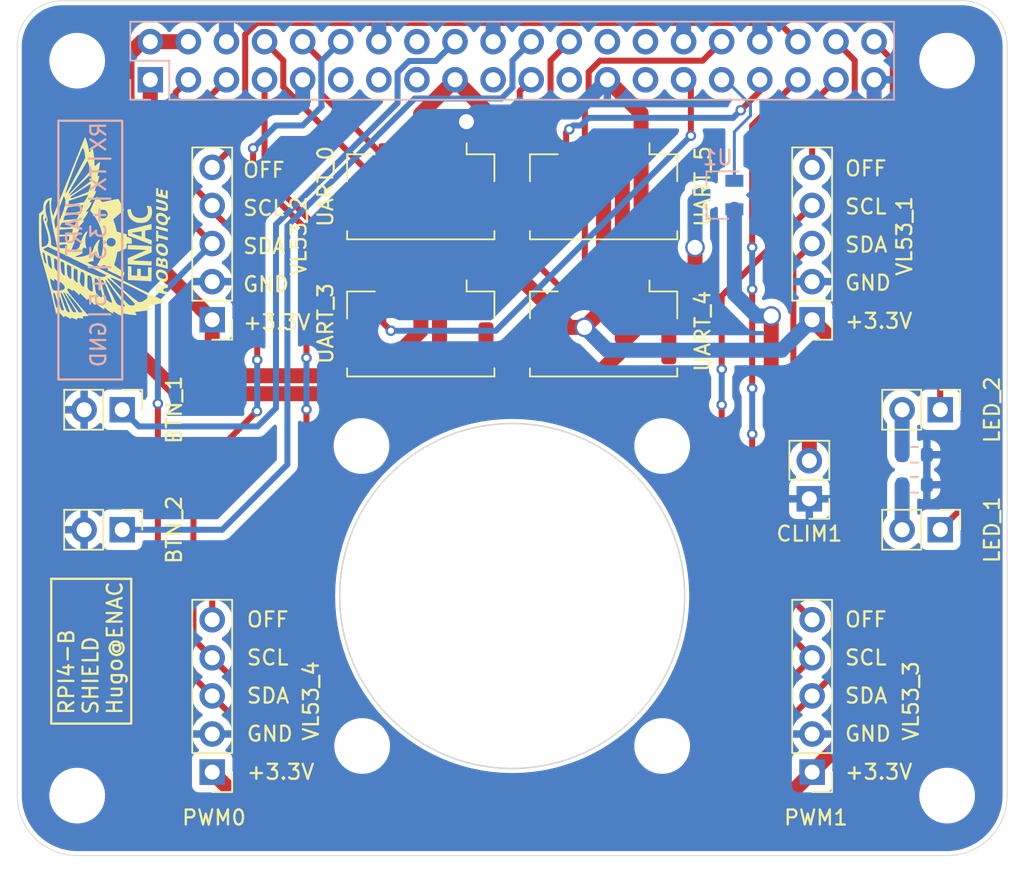
<source format=kicad_pcb>
(kicad_pcb (version 20240108) (generator "pcbnew") (generator_version "8.0")
  (layers (0 "F.Cu" signal) (31 "B.Cu" signal) (34 "B.Paste" user) (35 "F.Paste" user) (36 "B.SilkS" user "B.Silkscreen") (37 "F.SilkS" user "F.Silkscreen") (38 "B.Mask" user) (39 "F.Mask" user) (44 "Edge.Cuts" user))
  (net 0 "")
  (net 1 "VL53_1")
  (net 2 "SDA")
  (net 3 "GND")
  (net 4 "SCL")
  (net 5 "+3.3V")
  (net 6 "LED_2")
  (net 7 "LED_1")
  (net 8 "VL53_4")
  (net 9 "RXD3")
  (net 10 "+5V")
  (net 11 "TXD4")
  (net 12 "RXD4")
  (net 13 "TXD3")
  (net 15 "VL53_3")
  (net 16 "VL53_2")
  (net 18 "BTN_1")
  (net 19 "BTN_2")
  (net 20 "Net-(LED_1-Pin_2)")
  (net 21 "Net-(LED_2-Pin_2)")
  (net 27 "TXD0")
  (net 29 "TXD5")
  (net 30 "RXD0")
  (net 32 "RXD5")
  (net 33 "CLIM")
  (net 34 "Net-(CLIM1-Pin_2)")
  (footprint "Connector_PinHeader_2.54mm:PinHeader_1x05_P2.54mm_Vertical" (layer "F.Cu") (at 184.084 96.012 180)
    (property "Reference" "VL53_1" (at -6.154 5.588 -90) (layer "F.SilkS") (effects (font (thickness 0.153))))
    (property "Value" "VL53")
    (pad "1" thru_hole rect (at 0 0 180) (size 1.7 1.7) (drill 1) (layers "*.Cu" "*.Mask") (net 5 "+3.3V"))
    (pad "2" thru_hole oval (at 0 2.54 180) (size 1.7 1.7) (drill 1) (layers "*.Cu" "*.Mask") (net 3 "GND"))
    (pad "3" thru_hole oval (at 0 5.08 180) (size 1.7 1.7) (drill 1) (layers "*.Cu" "*.Mask") (net 2 "SDA"))
    (pad "4" thru_hole oval (at 0 7.62 180) (size 1.7 1.7) (drill 1) (layers "*.Cu" "*.Mask") (net 4 "SCL"))
    (pad "5" thru_hole oval (at 0 10.16 180) (size 1.7 1.7) (drill 1) (layers "*.Cu" "*.Mask") (net 1 "VL53_1"))
  )
  (footprint "Connector_PinHeader_2.54mm:PinHeader_1x02_P2.54mm_Vertical" (layer "F.Cu") (at 192.624 102.012 -90)
    (property "Reference" "LED_2" (at 0 -3.46 90) (layer "F.SilkS") (effects (font (thickness 0.153))))
    (property "Value" "LED_2")
    (pad "1" thru_hole rect (at 0 0 270) (size 1.7 1.7) (drill 1) (layers "*.Cu" "*.Mask") (net 7 "LED_1"))
    (pad "2" thru_hole oval (at 0 2.54 270) (size 1.7 1.7) (drill 1) (layers "*.Cu" "*.Mask") (net 21 "Net-(LED_2-Pin_2)"))
  )
  (footprint "MountingHole:MountingHole_3.2mm_M3" (layer "F.Cu") (at 174.084 104.43)
    (property "Reference" "H6" (hide yes))
    (property "Value" "MountingHole")
    (pad "" np_thru_hole circle (at 0 0) (size 3.2 3.2) (drill 3.2) (layers "*.Cu" "*.Mask"))
  )
  (footprint "Connector_Molex:Molex_CLIK-Mate_502382-0570_1x05-1MP_P1.25mm_Vertical" (layer "F.Cu") (at 157.988 96.184 180)
    (property "Reference" "UART_3" (at 6.35 -0.082 -90) (layer "F.SilkS") (effects (font (thickness 0.153))))
    (property "Value" "Conn_01x05_Pin")
    (pad "1" smd roundrect (at -2.5 1.95 180) (size 0.6 1.7) (layers "F.Cu" "F.Paste" "F.Mask") (net 3 "GND"))
    (pad "2" smd roundrect (at -1.25 1.95 180) (size 0.6 1.7) (layers "F.Cu" "F.Paste" "F.Mask") (net 10 "+5V"))
    (pad "3" smd roundrect (at 0 1.95 180) (size 0.6 1.7) (layers "F.Cu" "F.Paste" "F.Mask") (net 5 "+3.3V"))
    (pad "4" smd roundrect (at 1.25 1.95 180) (size 0.6 1.7) (layers "F.Cu" "F.Paste" "F.Mask") (net 13 "TXD3"))
    (pad "5" smd roundrect (at 2.5 1.95 180) (size 0.6 1.7) (layers "F.Cu" "F.Paste" "F.Mask") (net 9 "RXD3"))
    (pad "MP" smd roundrect (at -4.35 -1.4 180) (size 1 2.8) (layers "F.Cu" "F.Paste" "F.Mask"))
    (pad "MP" smd roundrect (at 4.35 -1.4 180) (size 1 2.8) (layers "F.Cu" "F.Paste" "F.Mask"))
  )
  (footprint "Connector_PinHeader_2.54mm:PinHeader_1x02_P2.54mm_Vertical" (layer "F.Cu") (at 183.896 107.95 180)
    (property "Reference" "CLIM1" (at 0 -2.33 180) (layer "F.SilkS") (effects (font (thickness 0.153))))
    (property "Value" "CLIM")
    (pad "1" thru_hole rect (at 0 0 180) (size 1.7 1.7) (drill 1) (layers "*.Cu" "*.Mask") (net 3 "GND"))
    (pad "2" thru_hole oval (at 0 2.54 180) (size 1.7 1.7) (drill 1) (layers "*.Cu" "*.Mask") (net 34 "Net-(CLIM1-Pin_2)"))
  )
  (footprint "Connector_PinHeader_2.54mm:PinHeader_1x02_P2.54mm_Vertical" (layer "F.Cu") (at 138.084 110.012 -90)
    (property "Reference" "BTN_2" (at 0 -3.46 90) (layer "F.SilkS") (effects (font (thickness 0.153))))
    (property "Value" "BTN_2")
    (pad "1" thru_hole rect (at 0 0 270) (size 1.7 1.7) (drill 1) (layers "*.Cu" "*.Mask") (net 19 "BTN_2"))
    (pad "2" thru_hole oval (at 0 2.54 270) (size 1.7 1.7) (drill 1) (layers "*.Cu" "*.Mask") (net 3 "GND"))
  )
  (footprint "MountingHole:MountingHole_3.2mm_M3" (layer "F.Cu") (at 135.084 127.74)
    (property "Reference" "H4" (hide yes))
    (property "Value" "MountingHole")
    (pad "" np_thru_hole circle (at 0 0) (size 3.2 3.2) (drill 3.2) (layers "*.Cu" "*.Mask"))
  )
  (footprint "Connector_Molex:Molex_CLIK-Mate_502382-0570_1x05-1MP_P1.25mm_Vertical" (layer "F.Cu") (at 170.18 87.04 180)
    (property "Reference" "UART_5" (at -6.604 -0.082 -90) (layer "F.SilkS") (effects (font (thickness 0.153))))
    (property "Value" "Conn_01x05_Pin")
    (pad "1" smd roundrect (at -2.5 1.95 180) (size 0.6 1.7) (layers "F.Cu" "F.Paste" "F.Mask") (net 3 "GND"))
    (pad "2" smd roundrect (at -1.25 1.95 180) (size 0.6 1.7) (layers "F.Cu" "F.Paste" "F.Mask") (net 10 "+5V"))
    (pad "3" smd roundrect (at 0 1.95 180) (size 0.6 1.7) (layers "F.Cu" "F.Paste" "F.Mask") (net 5 "+3.3V"))
    (pad "4" smd roundrect (at 1.25 1.95 180) (size 0.6 1.7) (layers "F.Cu" "F.Paste" "F.Mask") (net 29 "TXD5"))
    (pad "5" smd roundrect (at 2.5 1.95 180) (size 0.6 1.7) (layers "F.Cu" "F.Paste" "F.Mask") (net 32 "RXD5"))
    (pad "MP" smd roundrect (at -4.35 -1.4 180) (size 1 2.8) (layers "F.Cu" "F.Paste" "F.Mask"))
    (pad "MP" smd roundrect (at 4.35 -1.4 180) (size 1 2.8) (layers "F.Cu" "F.Paste" "F.Mask"))
  )
  (footprint "MountingHole:MountingHole_3.2mm_M3" (layer "F.Cu") (at 154.084 124.43)
    (property "Reference" "H7" (hide yes))
    (property "Value" "MountingHole")
    (pad "" np_thru_hole circle (at 0 0) (size 3.2 3.2) (drill 3.2) (layers "*.Cu" "*.Mask"))
  )
  (footprint "MountingHole:MountingHole_3.2mm_M3" (layer "F.Cu") (at 193.084 127.74)
    (property "Reference" "H3" (hide yes))
    (property "Value" "MountingHole")
    (pad "" np_thru_hole circle (at 0 0) (size 3.2 3.2) (drill 3.2) (layers "*.Cu" "*.Mask"))
  )
  (footprint "Connector_PinHeader_2.54mm:PinHeader_1x02_P2.54mm_Vertical" (layer "F.Cu") (at 138.084 102.012 -90)
    (property "Reference" "BTN_1" (at 0 -3.46 90) (layer "F.SilkS") (effects (font (thickness 0.153))))
    (property "Value" "BTN_1")
    (pad "1" thru_hole rect (at 0 0 270) (size 1.7 1.7) (drill 1) (layers "*.Cu" "*.Mask") (net 18 "BTN_1"))
    (pad "2" thru_hole oval (at 0 2.54 270) (size 1.7 1.7) (drill 1) (layers "*.Cu" "*.Mask") (net 3 "GND"))
  )
  (footprint "Connector_Molex:Molex_CLIK-Mate_502382-0570_1x05-1MP_P1.25mm_Vertical" (layer "F.Cu") (at 170.18 96.184 180)
    (property "Reference" "UART_4" (at -6.604 -0.59 -90) (layer "F.SilkS") (effects (font (thickness 0.153))))
    (property "Value" "Conn_01x05_Pin")
    (pad "1" smd roundrect (at -2.5 1.95 180) (size 0.6 1.7) (layers "F.Cu" "F.Paste" "F.Mask") (net 3 "GND"))
    (pad "2" smd roundrect (at -1.25 1.95 180) (size 0.6 1.7) (layers "F.Cu" "F.Paste" "F.Mask") (net 10 "+5V"))
    (pad "3" smd roundrect (at 0 1.95 180) (size 0.6 1.7) (layers "F.Cu" "F.Paste" "F.Mask") (net 5 "+3.3V"))
    (pad "4" smd roundrect (at 1.25 1.95 180) (size 0.6 1.7) (layers "F.Cu" "F.Paste" "F.Mask") (net 11 "TXD4"))
    (pad "5" smd roundrect (at 2.5 1.95 180) (size 0.6 1.7) (layers "F.Cu" "F.Paste" "F.Mask") (net 12 "RXD4"))
    (pad "MP" smd roundrect (at -4.35 -1.4 180) (size 1 2.8) (layers "F.Cu" "F.Paste" "F.Mask"))
    (pad "MP" smd roundrect (at 4.35 -1.4 180) (size 1 2.8) (layers "F.Cu" "F.Paste" "F.Mask"))
  )
  (footprint "MountingHole:MountingHole_3.2mm_M3" (layer "F.Cu") (at 135.084 78.74)
    (property "Reference" "H1" (hide yes))
    (property "Value" "MountingHole")
    (pad "" np_thru_hole circle (at 0 0) (size 3.2 3.2) (drill 3.2) (layers "*.Cu" "*.Mask"))
  )
  (footprint "MountingHole:MountingHole_3.2mm_M3" (layer "F.Cu") (at 193.084 78.74)
    (property "Reference" "H2" (hide yes))
    (property "Value" "MountingHole")
    (pad "" np_thru_hole circle (at 0 0) (size 3.2 3.2) (drill 3.2) (layers "*.Cu" "*.Mask"))
  )
  (footprint "Connector_PinHeader_2.54mm:PinHeader_1x05_P2.54mm_Vertical" (layer "F.Cu") (at 144.084 96.012 180)
    (property "Reference" "VL53_2" (at -5.768 5.588 -90) (layer "F.SilkS") (effects (font (thickness 0.153))))
    (property "Value" "VL53")
    (pad "1" thru_hole rect (at 0 0 180) (size 1.7 1.7) (drill 1) (layers "*.Cu" "*.Mask") (net 5 "+3.3V"))
    (pad "2" thru_hole oval (at 0 2.54 180) (size 1.7 1.7) (drill 1) (layers "*.Cu" "*.Mask") (net 3 "GND"))
    (pad "3" thru_hole oval (at 0 5.08 180) (size 1.7 1.7) (drill 1) (layers "*.Cu" "*.Mask") (net 2 "SDA"))
    (pad "4" thru_hole oval (at 0 7.62 180) (size 1.7 1.7) (drill 1) (layers "*.Cu" "*.Mask") (net 4 "SCL"))
    (pad "5" thru_hole oval (at 0 10.16 180) (size 1.7 1.7) (drill 1) (layers "*.Cu" "*.Mask") (net 16 "VL53_2"))
  )
  (footprint "MountingHole:MountingHole_3.2mm_M3" (layer "F.Cu") (at 154.038 104.43)
    (property "Reference" "H5" (hide yes))
    (property "Value" "MountingHole")
    (pad "" np_thru_hole circle (at 0 0) (size 3.2 3.2) (drill 3.2) (layers "*.Cu" "*.Mask"))
  )
  (footprint "Connector_PinHeader_2.54mm:PinHeader_1x05_P2.54mm_Vertical" (layer "F.Cu") (at 144.084 126.172 180)
    (property "Reference" "VL53_4" (at -6.592 4.742 -90) (layer "F.SilkS") (effects (font (thickness 0.153))))
    (property "Value" "VL53")
    (pad "1" thru_hole rect (at 0 0 180) (size 1.7 1.7) (drill 1) (layers "*.Cu" "*.Mask") (net 5 "+3.3V"))
    (pad "2" thru_hole oval (at 0 2.54 180) (size 1.7 1.7) (drill 1) (layers "*.Cu" "*.Mask") (net 3 "GND"))
    (pad "3" thru_hole oval (at 0 5.08 180) (size 1.7 1.7) (drill 1) (layers "*.Cu" "*.Mask") (net 2 "SDA"))
    (pad "4" thru_hole oval (at 0 7.62 180) (size 1.7 1.7) (drill 1) (layers "*.Cu" "*.Mask") (net 4 "SCL"))
    (pad "5" thru_hole oval (at 0 10.16 180) (size 1.7 1.7) (drill 1) (layers "*.Cu" "*.Mask") (net 8 "VL53_4"))
  )
  (footprint "MountingHole:MountingHole_3.2mm_M3" (layer "F.Cu") (at 174.084 124.43)
    (property "Reference" "H8" (hide yes))
    (property "Value" "MountingHole" (hide yes))
    (pad "" np_thru_hole circle (at 0 0) (size 3.2 3.2) (drill 3.2) (layers "*.Cu" "*.Mask"))
  )
  (footprint "Connector_PinHeader_2.54mm:PinHeader_1x05_P2.54mm_Vertical" (layer "F.Cu") (at 184.084 126.172 180)
    (property "Reference" "VL53_3" (at -6.592 4.742 -90) (layer "F.SilkS") (effects (font (thickness 0.153))))
    (property "Value" "VL53")
    (pad "1" thru_hole rect (at 0 0 180) (size 1.7 1.7) (drill 1) (layers "*.Cu" "*.Mask") (net 5 "+3.3V"))
    (pad "2" thru_hole oval (at 0 2.54 180) (size 1.7 1.7) (drill 1) (layers "*.Cu" "*.Mask") (net 3 "GND"))
    (pad "3" thru_hole oval (at 0 5.08 180) (size 1.7 1.7) (drill 1) (layers "*.Cu" "*.Mask") (net 2 "SDA"))
    (pad "4" thru_hole oval (at 0 7.62 180) (size 1.7 1.7) (drill 1) (layers "*.Cu" "*.Mask") (net 4 "SCL"))
    (pad "5" thru_hole oval (at 0 10.16 180) (size 1.7 1.7) (drill 1) (layers "*.Cu" "*.Mask") (net 15 "VL53_3"))
  )
  (footprint "Connector_PinHeader_2.54mm:PinHeader_1x02_P2.54mm_Vertical" (layer "F.Cu") (at 192.624 110.012 -90)
    (property "Reference" "LED_1" (at 0 -3.46 90) (layer "F.SilkS") (effects (font (thickness 0.153))))
    (property "Value" "LED_1")
    (pad "1" thru_hole rect (at 0 0 270) (size 1.7 1.7) (drill 1) (layers "*.Cu" "*.Mask") (net 6 "LED_2"))
    (pad "2" thru_hole oval (at 0 2.54 270) (size 1.7 1.7) (drill 1) (layers "*.Cu" "*.Mask") (net 20 "Net-(LED_1-Pin_2)"))
  )
  (footprint "ENAC_robotique:logo_enac_mini" (layer "F.Cu") (at 136.504736 90.898356 90)
    (property "Reference" "G***" (hide yes))
    (property "Value" "LOGO" (hide yes))
  )
  (footprint "Connector_Molex:Molex_CLIK-Mate_502382-0570_1x05-1MP_P1.25mm_Vertical" (layer "F.Cu") (at 157.988 87.04 180)
    (property "Reference" "UART_0" (at 6.35 -0.082 -90) (layer "F.SilkS") (effects (font (thickness 0.153))))
    (property "Value" "Conn_01x05_Pin")
    (pad "1" smd roundrect (at -2.5 1.95 180) (size 0.6 1.7) (layers "F.Cu" "F.Paste" "F.Mask") (net 3 "GND"))
    (pad "2" smd roundrect (at -1.25 1.95 180) (size 0.6 1.7) (layers "F.Cu" "F.Paste" "F.Mask") (net 10 "+5V"))
    (pad "3" smd roundrect (at 0 1.95 180) (size 0.6 1.7) (layers "F.Cu" "F.Paste" "F.Mask") (net 5 "+3.3V"))
    (pad "4" smd roundrect (at 1.25 1.95 180) (size 0.6 1.7) (layers "F.Cu" "F.Paste" "F.Mask") (net 27 "TXD0"))
    (pad "5" smd roundrect (at 2.5 1.95 180) (size 0.6 1.7) (layers "F.Cu" "F.Paste" "F.Mask") (net 30 "RXD0"))
    (pad "MP" smd roundrect (at -4.35 -1.4 180) (size 1 2.8) (layers "F.Cu" "F.Paste" "F.Mask"))
    (pad "MP" smd roundrect (at 4.35 -1.4 180) (size 1 2.8) (layers "F.Cu" "F.Paste" "F.Mask"))
  )
  (footprint "myFootprints:SOT-23" (layer "B.Cu") (at 177.8 87.696 180)
    (property "Reference" "U1" (at 0 2.5 180) (layer "B.SilkS") (effects (justify mirror)))
    (property "Value" "IRLML2402")
    (pad "1" smd rect (at -1.1 0.95 180) (size 1.2 0.8) (layers "B.Cu" "B.Paste" "B.Mask") (net 33 "CLIM"))
    (pad "2" smd rect (at -1.1 -0.95 180) (size 1.2 0.8) (layers "B.Cu" "B.Paste" "B.Mask") (net 34 "Net-(CLIM1-Pin_2)"))
    (pad "3" smd rect (at 1.1 0 180) (size 1.2 0.8) (layers "B.Cu" "B.Paste" "B.Mask") (net 10 "+5V"))
  )
  (footprint "Connector_PinSocket_2.54mm:PinSocket_2x20_P2.54mm_Vertical" (layer "B.Cu") (at 139.954 80.01 -90)
    (property "Reference" "J4" (hide yes))
    (property "Value" "Conn_02x20_Odd_Even")
    (pad "1" thru_hole rect (at 0 0 270) (size 1.7 1.7) (drill 1) (layers "*.Cu" "*.Mask") (net 5 "+3.3V"))
    (pad "2" thru_hole oval (at -2.54 0 270) (size 1.7 1.7) (drill 1) (layers "*.Cu" "*.Mask") (net 10 "+5V"))
    (pad "3" thru_hole oval (at 0 -2.54 270) (size 1.7 1.7) (drill 1) (layers "*.Cu" "*.Mask") (net 2 "SDA"))
    (pad "4" thru_hole oval (at -2.54 -2.54 270) (size 1.7 1.7) (drill 1) (layers "*.Cu" "*.Mask") (net 10 "+5V"))
    (pad "5" thru_hole oval (at 0 -5.08 270) (size 1.7 1.7) (drill 1) (layers "*.Cu" "*.Mask") (net 4 "SCL"))
    (pad "6" thru_hole oval (at -2.54 -5.08 270) (size 1.7 1.7) (drill 1) (layers "*.Cu" "*.Mask") (net 3 "GND"))
    (pad "7" thru_hole oval (at 0 -7.62 270) (size 1.7 1.7) (drill 1) (layers "*.Cu" "*.Mask") (net 13 "TXD3"))
    (pad "8" thru_hole oval (at -2.54 -7.62 270) (size 1.7 1.7) (drill 1) (layers "*.Cu" "*.Mask") (net 27 "TXD0"))
    (pad "9" thru_hole oval (at 0 -10.16 270) (size 1.7 1.7) (drill 1) (layers "*.Cu" "*.Mask") (net 3 "GND"))
    (pad "10" thru_hole oval (at -2.54 -10.16 270) (size 1.7 1.7) (drill 1) (layers "*.Cu" "*.Mask") (net 30 "RXD0"))
    (pad "11" thru_hole oval (at 0 -12.7 270) (size 1.7 1.7) (drill 1) (layers "*.Cu" "*.Mask"))
    (pad "12" thru_hole oval (at -2.54 -12.7 270) (size 1.7 1.7) (drill 1) (layers "*.Cu" "*.Mask") (net 8 "VL53_4"))
    (pad "13" thru_hole oval (at 0 -15.24 270) (size 1.7 1.7) (drill 1) (layers "*.Cu" "*.Mask"))
    (pad "14" thru_hole oval (at -2.54 -15.24 270) (size 1.7 1.7) (drill 1) (layers "*.Cu" "*.Mask") (net 3 "GND"))
    (pad "15" thru_hole oval (at 0 -17.78 270) (size 1.7 1.7) (drill 1) (layers "*.Cu" "*.Mask"))
    (pad "16" thru_hole oval (at -2.54 -17.78 270) (size 1.7 1.7) (drill 1) (layers "*.Cu" "*.Mask"))
    (pad "17" thru_hole oval (at 0 -20.32 270) (size 1.7 1.7) (drill 1) (layers "*.Cu" "*.Mask") (net 5 "+3.3V"))
    (pad "18" thru_hole oval (at -2.54 -20.32 270) (size 1.7 1.7) (drill 1) (layers "*.Cu" "*.Mask") (net 18 "BTN_1"))
    (pad "19" thru_hole oval (at 0 -22.86 270) (size 1.7 1.7) (drill 1) (layers "*.Cu" "*.Mask"))
    (pad "20" thru_hole oval (at -2.54 -22.86 270) (size 1.7 1.7) (drill 1) (layers "*.Cu" "*.Mask") (net 3 "GND"))
    (pad "21" thru_hole oval (at 0 -25.4 270) (size 1.7 1.7) (drill 1) (layers "*.Cu" "*.Mask") (net 12 "RXD4"))
    (pad "22" thru_hole oval (at -2.54 -25.4 270) (size 1.7 1.7) (drill 1) (layers "*.Cu" "*.Mask") (net 19 "BTN_2"))
    (pad "23" thru_hole oval (at 0 -27.94 270) (size 1.7 1.7) (drill 1) (layers "*.Cu" "*.Mask"))
    (pad "24" thru_hole oval (at -2.54 -27.94 270) (size 1.7 1.7) (drill 1) (layers "*.Cu" "*.Mask") (net 11 "TXD4"))
    (pad "25" thru_hole oval (at 0 -30.48 270) (size 1.7 1.7) (drill 1) (layers "*.Cu" "*.Mask") (net 3 "GND"))
    (pad "26" thru_hole oval (at -2.54 -30.48 270) (size 1.7 1.7) (drill 1) (layers "*.Cu" "*.Mask"))
    (pad "27" thru_hole oval (at 0 -33.02 270) (size 1.7 1.7) (drill 1) (layers "*.Cu" "*.Mask"))
    (pad "28" thru_hole oval (at -2.54 -33.02 270) (size 1.7 1.7) (drill 1) (layers "*.Cu" "*.Mask"))
    (pad "29" thru_hole oval (at 0 -35.56 270) (size 1.7 1.7) (drill 1) (layers "*.Cu" "*.Mask") (net 9 "RXD3"))
    (pad "30" thru_hole oval (at -2.54 -35.56 270) (size 1.7 1.7) (drill 1) (layers "*.Cu" "*.Mask") (net 3 "GND"))
    (pad "31" thru_hole oval (at 0 -38.1 270) (size 1.7 1.7) (drill 1) (layers "*.Cu" "*.Mask") (net 33 "CLIM"))
    (pad "32" thru_hole oval (at -2.54 -38.1 270) (size 1.7 1.7) (drill 1) (layers "*.Cu" "*.Mask") (net 29 "TXD5"))
    (pad "33" thru_hole oval (at 0 -40.64 270) (size 1.7 1.7) (drill 1) (layers "*.Cu" "*.Mask") (net 32 "RXD5"))
    (pad "34" thru_hole oval (at -2.54 -40.64 270) (size 1.7 1.7) (drill 1) (layers "*.Cu" "*.Mask") (net 3 "GND"))
    (pad "35" thru_hole oval (at 0 -43.18 270) (size 1.7 1.7) (drill 1) (layers "*.Cu" "*.Mask") (net 15 "VL53_3"))
    (pad "36" thru_hole oval (at -2.54 -43.18 270) (size 1.7 1.7) (drill 1) (layers "*.Cu" "*.Mask") (net 16 "VL53_2"))
    (pad "37" thru_hole oval (at 0 -45.72 270) (size 1.7 1.7) (drill 1) (layers "*.Cu" "*.Mask") (net 1 "VL53_1"))
    (pad "38" thru_hole oval (at -2.54 -45.72 270) (size 1.7 1.7) (drill 1) (layers "*.Cu" "*.Mask") (net 7 "LED_1"))
    (pad "39" thru_hole oval (at 0 -48.26 270) (size 1.7 1.7) (drill 1) (layers "*.Cu" "*.Mask") (net 3 "GND"))
    (pad "40" thru_hole oval (at -2.54 -48.26 270) (size 1.7 1.7) (drill 1) (layers "*.Cu" "*.Mask") (net 6 "LED_2"))
  )
  (footprint "Resistor_SMD:R_0603_1608Metric" (layer "B.Cu") (at 190.909 105.012)
    (property "Reference" "R2" (hide yes))
    (property "Value" "R")
    (pad "1" smd roundrect (at -0.825 0) (size 0.8 0.95) (layers "B.Cu" "B.Paste" "B.Mask") (net 21 "Net-(LED_2-Pin_2)"))
    (pad "2" smd roundrect (at 0.825 0) (size 0.8 0.95) (layers "B.Cu" "B.Paste" "B.Mask") (net 3 "GND"))
  )
  (footprint "Resistor_SMD:R_0603_1608Metric" (layer "B.Cu") (at 190.909 107.012)
    (property "Reference" "R1" (hide yes))
    (property "Value" "R" (hide yes))
    (pad "1" smd roundrect (at -0.825 0) (size 0.8 0.95) (layers "B.Cu" "B.Paste" "B.Mask") (net 20 "Net-(LED_1-Pin_2)"))
    (pad "2" smd roundrect (at 0.825 0) (size 0.8 0.95) (layers "B.Cu" "B.Paste" "B.Mask") (net 3 "GND"))
  )
  (gr_rect (start 133.83 82.74) (end 138.084 99.994) (stroke (width 0.153)) (fill none) (layer "B.SilkS"))
  (gr_rect (start 133.35 113.284) (end 138.684 122.936) (stroke (width 0.153)) (fill none) (layer "F.SilkS"))
  (gr_line (start 197.084 127.74) (end 197.084 77.74) (stroke (width 0.05)) (layer "Edge.Cuts"))
  (gr_line (start 194.084 74.74) (end 134.084 74.74) (stroke (width 0.05)) (layer "Edge.Cuts"))
  (gr_line (start 135.084 131.74) (end 193.084 131.74) (stroke (width 0.05)) (layer "Edge.Cuts"))
  (gr_circle (center 164.084 114.43) (end 175.584 114.43) (stroke (width 0.1)) (fill none) (layer "Edge.Cuts"))
  (gr_arc (start 131.084 77.74) (mid 131.96268 75.61868) (end 134.084 74.74) (stroke (width 0.05)) (layer "Edge.Cuts"))
  (gr_arc (start 135.084 131.74) (mid 132.255573 130.568427) (end 131.084 127.74) (stroke (width 0.05)) (layer "Edge.Cuts"))
  (gr_arc (start 197.084 127.74) (mid 195.912427 130.568427) (end 193.084 131.74) (stroke (width 0.05)) (layer "Edge.Cuts"))
  (gr_arc (start 194.084 74.74) (mid 196.20532 75.61868) (end 197.084 77.74) (stroke (width 0.05)) (layer "Edge.Cuts"))
  (gr_line (start 131.084 77.74) (end 131.084 127.74) (stroke (width 0.05)) (layer "Edge.Cuts"))
  (gr_text "	  UART\nRX|TX|+3.3|+5|GND" (at 137.084 82.74 90) (layer "B.SilkS") (effects (font (size 1 1) (thickness 0.153)) (justify left bottom mirror)))
  (gr_text "SCL" (at 186.182 119.126 0) (layer "F.SilkS") (effects (font (size 1 1) (thickness 0.153)) (justify left bottom)))
  (gr_text "SCL" (at 186.182 89.057 0) (layer "F.SilkS") (effects (font (size 1 1) (thickness 0.153)) (justify left bottom)))
  (gr_text "GND" (at 186.182 94.137 0) (layer "F.SilkS") (effects (font (size 1 1) (thickness 0.153)) (justify left bottom)))
  (gr_text "SDA" (at 186.182 91.597 0) (layer "F.SilkS") (effects (font (size 1 1) (thickness 0.153)) (justify left bottom)))
  (gr_text "OFF" (at 186.182 86.517 0) (layer "F.SilkS") (effects (font (size 1 1) (thickness 0.153)) (justify left bottom)))
  (gr_text "PWM0" (at 141.986 129.794 0) (layer "F.SilkS") (effects (font (size 1 1) (thickness 0.153)) (justify left bottom)))
  (gr_text "OFF" (at 146.05 86.614 0) (layer "F.SilkS") (effects (font (size 1 1) (thickness 0.153)) (justify left bottom)))
  (gr_text "OFF" (at 186.182 116.586 0) (layer "F.SilkS") (effects (font (size 1 1) (thickness 0.153)) (justify left bottom)))
  (gr_text "GND" (at 146.304 124.206 0) (layer "F.SilkS") (effects (font (size 1 1) (thickness 0.153)) (justify left bottom)))
  (gr_text "SDA" (at 146.304 121.666 0) (layer "F.SilkS") (effects (font (size 1 1) (thickness 0.153)) (justify left bottom)))
  (gr_text "SDA" (at 186.182 121.666 0) (layer "F.SilkS") (effects (font (size 1 1) (thickness 0.153)) (justify left bottom)))
  (gr_text "OFF" (at 146.304 116.586 0) (layer "F.SilkS") (effects (font (size 1 1) (thickness 0.153)) (justify left bottom)))
  (gr_text "+3.3V" (at 186.182 96.677 0) (layer "F.SilkS") (effects (font (size 1 1) (thickness 0.153)) (justify left bottom)))
  (gr_text "SCL" (at 146.05 89.154 0) (layer "F.SilkS") (effects (font (size 1 1) (thickness 0.153)) (justify left bottom)))
  (gr_text "SDA" (at 146.05 91.694 0) (layer "F.SilkS") (effects (font (size 1 1) (thickness 0.153)) (justify left bottom)))
  (gr_text "+3.3V" (at 186.182 126.746 0) (layer "F.SilkS") (effects (font (size 1 1) (thickness 0.153)) (justify left bottom)))
  (gr_text "+3.3V" (at 146.304 126.746 0) (layer "F.SilkS") (effects (font (size 1 1) (thickness 0.153)) (justify left bottom)))
  (gr_text "+3.3V" (at 146.05 96.774 0) (layer "F.SilkS") (effects (font (size 1 1) (thickness 0.153)) (justify left bottom)))
  (gr_text "RPI4-B \nSHIELD\nHugo@ENAC" (at 138.176 122.428 90) (layer "F.SilkS") (effects (font (size 1 1) (thickness 0.153)) (justify left bottom)))
  (gr_text "GND" (at 186.182 124.206 0) (layer "F.SilkS") (effects (font (size 1 1) (thickness 0.153)) (justify left bottom)))
  (gr_text "PWM1" (at 182.118 129.794 0) (layer "F.SilkS") (effects (font (size 1 1) (thickness 0.153)) (justify left bottom)))
  (gr_text "SCL" (at 146.304 119.126 0) (layer "F.SilkS") (effects (font (size 1 1) (thickness 0.153)) (justify left bottom)))
  (gr_text "GND" (at 146.05 94.234 0) (layer "F.SilkS") (effects (font (size 1 1) (thickness 0.153)) (justify left bottom)))
  (segment (start 184.084 85.852) (end 184.084 81.6) (width 0.4) (layer "F.Cu") (net 1))
  (segment (start 184.084 81.6) (end 185.674 80.01) (width 0.4) (layer "F.Cu") (net 1))
  (segment (start 182.834 98.898) (end 182.834 92.182) (width 0.4) (layer "F.Cu") (net 2))
  (segment (start 182.834 92.182) (end 184.084 90.932) (width 0.4) (layer "F.Cu") (net 2))
  (segment (start 179.218 127.882528) (end 177.866528 129.234) (width 0.4) (layer "F.Cu") (net 2))
  (segment (start 184.084 121.092) (end 179.218 125.958) (width 0.4) (layer "F.Cu") (net 2))
  (segment (start 177.866528 129.234) (end 150.369472 129.234) (width 0.4) (layer "F.Cu") (net 2))
  (segment (start 144.084 121.092) (end 140.462 117.47) (width 0.4) (layer "F.Cu") (net 2))
  (segment (start 179.218 125.958) (end 179.218 127.882528) (width 0.4) (layer "F.Cu") (net 2))
  (segment (start 142.494 80.01) (end 141.644 80.86) (width 0.4) (layer "F.Cu") (net 2))
  (segment (start 145.618 122.626) (end 144.084 121.092) (width 0.4) (layer "F.Cu") (net 2))
  (segment (start 185.536 101.6) (end 182.834 98.898) (width 0.4) (layer "F.Cu") (net 2))
  (segment (start 185.536 119.64) (end 185.536 101.6) (width 0.4) (layer "F.Cu") (net 2))
  (segment (start 150.369472 129.234) (end 145.618 124.482528) (width 0.4) (layer "F.Cu") (net 2))
  (segment (start 141.644 80.86) (end 141.644 88.492) (width 0.4) (layer "F.Cu") (net 2))
  (segment (start 145.618 124.482528) (end 145.618 122.626) (width 0.4) (layer "F.Cu") (net 2))
  (segment (start 140.462 117.47) (end 140.462 101.6) (width 0.4) (layer "F.Cu") (net 2))
  (segment (start 184.084 121.092) (end 185.536 119.64) (width 0.4) (layer "F.Cu") (net 2))
  (segment (start 141.644 88.492) (end 144.084 90.932) (width 0.4) (layer "F.Cu") (net 2))
  (via (at 140.462 101.6) (size 0.7) (drill 0.4) (layers "F.Cu" "B.Cu") (net 2))
  (segment (start 140.462 101.6) (end 140.462 94.554) (width 0.4) (layer "B.Cu") (net 2))
  (segment (start 140.462 94.554) (end 144.084 90.932) (width 0.4) (layer "B.Cu") (net 2))
  (segment (start 172.68 82.256) (end 170.434 80.01) (width 1) (layer "F.Cu") (net 3))
  (segment (start 172.68 85.09) (end 172.68 94.234) (width 1) (layer "F.Cu") (net 3))
  (segment (start 172.68 85.09) (end 172.68 82.256) (width 1) (layer "F.Cu") (net 3))
  (segment (start 160.488 85.09) (end 160.488 83.352) (width 1) (layer "F.Cu") (net 3))
  (segment (start 160.488 83.352) (end 161.036 82.804) (width 1) (layer "F.Cu") (net 3))
  (segment (start 160.488 94.234) (end 160.488 85.09) (width 1) (layer "F.Cu") (net 3))
  (via (at 161.036 82.804) (size 1.3) (drill 1) (layers "F.Cu" "B.Cu") (net 3))
  (segment (start 161.68 82.16) (end 161.036 82.804) (width 1) (layer "B.Cu") (net 3))
  (segment (start 188.214 80.01) (end 188.214 81.28) (width 1) (layer "B.Cu") (net 3))
  (segment (start 168.284 82.16) (end 161.68 82.16) (width 1) (layer "B.Cu") (net 3))
  (segment (start 155.194 77.47) (end 155.194 76.2) (width 1) (layer "B.Cu") (net 3))
  (segment (start 170.434 80.01) (end 168.284 82.16) (width 1) (layer "B.Cu") (net 3))
  (segment (start 180.594 77.47) (end 180.594 76.2) (width 1) (layer "B.Cu") (net 3))
  (segment (start 162.814 77.47) (end 162.814 76.2) (width 1) (layer "B.Cu") (net 3))
  (segment (start 145.034 77.47) (end 145.034 76.2) (width 1) (layer "B.Cu") (net 3))
  (segment (start 175.514 77.47) (end 175.514 76.2) (width 1) (layer "B.Cu") (net 3))
  (segment (start 150.114 80.01) (end 150.114 81.628) (width 1) (layer "B.Cu") (net 3))
  (segment (start 178.618 127.634) (end 178.618 124.018) (width 0.4) (layer "F.Cu") (net 4))
  (segment (start 178.054 94.422) (end 184.084 88.392) (width 0.4) (layer "F.Cu") (net 4))
  (segment (start 142.494 82.55) (end 145.034 80.01) (width 0.4) (layer "F.Cu") (net 4))
  (segment (start 147.084 91.74) (end 147.084 98.694) (width 0.4) (layer "F.Cu") (net 4))
  (segment (start 150.618 128.634) (end 177.618 128.634) (width 0.4) (layer "F.Cu") (net 4))
  (segment (start 142.494 86.802) (end 142.494 82.55) (width 0.4) (layer "F.Cu") (net 4))
  (segment (start 144.084 88.392) (end 142.494 86.802) (width 0.4) (layer "F.Cu") (net 4))
  (segment (start 142.834 117.302) (end 142.834 106.34) (width 0.4) (layer "F.Cu") (net 4))
  (segment (start 144.084 118.552) (end 142.834 117.302) (width 0.4) (layer "F.Cu") (net 4))
  (segment (start 178.054 112.522) (end 178.054 106.68) (width 0.4) (layer "F.Cu") (net 4))
  (segment (start 178.054 99.314) (end 178.054 94.422) (width 0.4) (layer "F.Cu") (net 4))
  (segment (start 178.054 106.426) (end 178.054 101.684) (width 0.4) (layer "F.Cu") (net 4))
  (segment (start 144.084 118.552) (end 147.618 122.086) (width 0.4) (layer "F.Cu") (net 4))
  (segment (start 177.618 128.634) (end 178.618 127.634) (width 0.4) (layer "F.Cu") (net 4))
  (segment (start 184.084 118.552) (end 178.054 112.522) (width 0.4) (layer "F.Cu") (net 4))
  (segment (start 178.054 106.68) (end 178.054 106.426) (width 0.4) (layer "F.Cu") (net 4))
  (segment (start 144.084 88.74) (end 147.084 91.74) (width 0.4) (layer "F.Cu") (net 4))
  (segment (start 142.834 106.34) (end 147.066 102.108) (width 0.4) (layer "F.Cu") (net 4))
  (segment (start 144.084 88.392) (end 144.084 88.74) (width 0.4) (layer "F.Cu") (net 4))
  (segment (start 147.618 122.086) (end 147.618 125.634) (width 0.4) (layer "F.Cu") (net 4))
  (segment (start 147.618 125.634) (end 150.618 128.634) (width 0.4) (layer "F.Cu") (net 4))
  (segment (start 178.618 124.018) (end 184.084 118.552) (width 0.4) (layer "F.Cu") (net 4))
  (via (at 178.054 101.684) (size 0.7) (drill 0.4) (layers "F.Cu" "B.Cu") (net 4))
  (via (at 147.066 102.108) (size 0.7) (drill 0.4) (layers "F.Cu" "B.Cu") (net 4))
  (via (at 178.054 99.314) (size 0.7) (drill 0.4) (layers "F.Cu" "B.Cu") (net 4))
  (via (at 147.084 98.694) (size 0.7) (drill 0.4) (layers "F.Cu" "B.Cu") (net 4))
  (segment (start 147.084 102.09) (end 147.066 102.108) (width 0.4) (layer "B.Cu") (net 4))
  (segment (start 178.054 101.684) (end 178.054 99.314) (width 0.4) (layer "B.Cu") (net 4))
  (segment (start 147.084 98.694) (end 147.084 102.09) (width 0.4) (layer "B.Cu") (net 4))
  (segment (start 157.988 95.98443) (end 157.998 95.99443) (width 1) (layer "F.Cu") (net 5))
  (segment (start 148.046 130.134) (end 180.122 130.134) (width 1) (layer "F.Cu") (net 5))
  (segment (start 139.954 91.882) (end 144.084 96.012) (width 1) (layer "F.Cu") (net 5))
  (segment (start 184.084 96.012) (end 185.634 97.562) (width 1) (layer "F.Cu") (net 5))
  (segment (start 163.692 83.428) (end 160.274 80.01) (width 1) (layer "F.Cu") (net 5))
  (segment (start 157.988 94.234) (end 157.988 95.98443) (width 1) (layer "F.Cu") (net 5))
  (segment (start 170.18 94.234) (end 170.18 85.09) (width 1) (layer "F.Cu") (net 5))
  (segment (start 163.692 92.302238) (end 163.692 83.428) (width 1) (layer "F.Cu") (net 5))
  (segment (start 157.998 95.99443) (end 157.998 96.744) (width 1) (layer "F.Cu") (net 5))
  (segment (start 154.998 99.744) (end 145.998 99.744) (width 1) (layer "F.Cu") (net 5))
  (segment (start 157.988 85.09) (end 157.988 82.296) (width 1) (layer "F.Cu") (net 5))
  (segment (start 186.436 123.82) (end 184.084 126.172) (width 1) (layer "F.Cu") (net 5))
  (segment (start 157.998 96.744) (end 154.998 99.744) (width 1) (layer "F.Cu") (net 5))
  (segment (start 144.084 97.83) (end 144.084 96.012) (width 1) (layer "F.Cu") (net 5))
  (segment (start 145.998 99.744) (end 144.084 97.83) (width 1) (layer "F.Cu") (net 5))
  (segment (start 185.7 97.562) (end 186.436 98.298) (width 1) (layer "F.Cu") (net 5))
  (segment (start 185.634 97.562) (end 185.7 97.562) (width 1) (layer "F.Cu") (net 5))
  (segment (start 157.988 85.09) (end 157.988 94.234) (width 1) (layer "F.Cu") (net 5))
  (segment (start 186.436 98.298) (end 186.436 123.82) (width 1) (layer "F.Cu") (net 5))
  (segment (start 139.954 80.01) (end 139.954 91.882) (width 1) (layer "F.Cu") (net 5))
  (segment (start 167.909762 96.52) (end 168.91 96.52) (width 1) (layer "F.Cu") (net 5))
  (segment (start 167.909762 96.52) (end 163.692 92.302238) (width 1) (layer "F.Cu") (net 5))
  (segment (start 144.084 126.172) (end 148.046 130.134) (width 1) (layer "F.Cu") (net 5))
  (segment (start 170.18 94.234) (end 170.18 95.25) (width 1) (layer "F.Cu") (net 5))
  (segment (start 170.18 95.25) (end 168.91 96.52) (width 1) (layer "F.Cu") (net 5))
  (segment (start 180.122 130.134) (end 184.084 126.172) (width 1) (layer "F.Cu") (net 5))
  (segment (start 157.988 82.296) (end 160.274 80.01) (width 1) (layer "F.Cu") (net 5))
  (via (at 168.91 96.52) (size 1.3) (drill 1) (layers "F.Cu" "B.Cu") (net 5))
  (segment (start 168.91 96.52) (end 170.434 98.044) (width 1) (layer "B.Cu") (net 5))
  (segment (start 170.434 98.044) (end 182.052 98.044) (width 1) (layer "B.Cu") (net 5))
  (segment (start 182.052 98.044) (end 184.084 96.012) (width 1) (layer "B.Cu") (net 5))
  (segment (start 188.214 77.47) (end 189.464 78.72) (width 0.4) (layer "F.Cu") (net 6))
  (segment (start 194.818 107.818) (end 192.624 110.012) (width 0.4) (layer "F.Cu") (net 6))
  (segment (start 194.818 87.122) (end 194.818 107.818) (width 0.4) (layer "F.Cu") (net 6))
  (segment (start 189.464 81.768) (end 194.818 87.122) (width 0.4) (layer "F.Cu") (net 6))
  (segment (start 189.464 78.72) (end 189.464 81.768) (width 0.4) (layer "F.Cu") (net 6))
  (segment (start 192.624 86.96) (end 186.924 81.26) (width 0.4) (layer "F.Cu") (net 7))
  (segment (start 192.624 102.012) (end 192.624 86.96) (width 0.4) (layer "F.Cu") (net 7))
  (segment (start 186.924 81.26) (end 186.924 78.72) (width 0.4) (layer "F.Cu") (net 7))
  (segment (start 186.924 78.72) (end 185.674 77.47) (width 0.4) (layer "F.Cu") (net 7))
  (segment (start 144.084 112.456) (end 144.78 111.76) (width 0.4) (layer "F.Cu") (net 8))
  (segment (start 146.812 86.446528) (end 146.812 84.582) (width 0.4) (layer "F.Cu") (net 8))
  (segment (start 150.368 106.172) (end 150.368 101.994) (width 0.4) (layer "F.Cu") (net 8))
  (segment (start 144.78 111.76) (end 150.368 106.172) (width 0.4) (layer "F.Cu") (net 8))
  (segment (start 144.084 116.012) (end 144.084 112.456) (width 0.4) (layer "F.Cu") (net 8))
  (segment (start 150.368 90.002528) (end 146.812 86.446528) (width 0.4) (layer "F.Cu") (net 8))
  (segment (start 150.368 98.552) (end 150.368 90.002528) (width 0.4) (layer "F.Cu") (net 8))
  (via (at 150.368 101.994) (size 0.7) (drill 0.4) (layers "F.Cu" "B.Cu") (net 8))
  (via (at 150.368 98.552) (size 0.7) (drill 0.4) (layers "F.Cu" "B.Cu") (net 8))
  (via (at 146.812 84.582) (size 0.7) (drill 0.4) (layers "F.Cu" "B.Cu") (net 8))
  (segment (start 151.364 78.76) (end 152.654 77.47) (width 0.4) (layer "B.Cu") (net 8))
  (segment (start 148.336 83.058) (end 150.114 83.058) (width 0.4) (layer "B.Cu") (net 8))
  (segment (start 146.812 84.582) (end 148.336 83.058) (width 0.4) (layer "B.Cu") (net 8))
  (segment (start 150.114 83.058) (end 151.384 81.788) (width 0.4) (layer "B.Cu") (net 8))
  (segment (start 151.384 81.788) (end 151.364 81.768) (width 0.4) (layer "B.Cu") (net 8))
  (segment (start 151.364 81.768) (end 151.364 78.76) (width 0.4) (layer "B.Cu") (net 8))
  (segment (start 150.368 101.994) (end 150.368 98.552) (width 0.4) (layer "B.Cu") (net 8))
  (segment (start 175.998 83.744) (end 175.998 80.494) (width 0.4) (layer "F.Cu") (net 9))
  (segment (start 155.488 96.234) (end 155.998 96.744) (width 0.4) (layer "F.Cu") (net 9))
  (segment (start 155.488 94.234) (end 155.488 96.234) (width 0.4) (layer "F.Cu") (net 9))
  (segment (start 175.998 80.494) (end 175.514 80.01) (width 0.4) (layer "F.Cu") (net 9))
  (via (at 175.998 83.744) (size 0.7) (drill 0.4) (layers "F.Cu" "B.Cu") (net 9))
  (via (at 155.998 96.744) (size 0.7) (drill 0.4) (layers "F.Cu" "B.Cu") (net 9))
  (segment (start 162.998 96.744) (end 175.998 83.744) (width 0.4) (layer "B.Cu") (net 9))
  (segment (start 155.998 96.744) (end 162.998 96.744) (width 0.4) (layer "B.Cu") (net 9))
  (segment (start 159.238 94.234) (end 159.238 85.09) (width 1) (layer "F.Cu") (net 10))
  (segment (start 139.954 77.47) (end 139.394 77.47) (width 1) (layer "F.Cu") (net 10))
  (segment (start 139.954 77.47) (end 142.494 77.47) (width 1) (layer "F.Cu") (net 10))
  (segment (start 159.238 98.024) (end 159.238 94.234) (width 1) (layer "F.Cu") (net 10))
  (segment (start 138.404 78.46) (end 138.404 97.51) (width 1) (layer "F.Cu") (net 10))
  (segment (start 171.43 85.09) (end 171.43 94.234) (width 1) (layer "F.Cu") (net 10))
  (segment (start 171.688238 97.282) (end 176.276 92.694238) (width 1) (layer "F.Cu") (net 10))
  (segment (start 171.43 94.234) (end 171.43 97.282) (width 1) (layer "F.Cu") (net 10))
  (segment (start 169.124 100.33) (end 161.544 100.33) (width 1) (layer "F.Cu") (net 10))
  (segment (start 139.394 77.47) (end 138.404 78.46) (width 1) (layer "F.Cu") (net 10))
  (segment (start 176.276 92.694238) (end 176.276 91.186) (width 1) (layer "F.Cu") (net 10))
  (segment (start 156.318 100.944) (end 159.238 98.024) (width 1) (layer "F.Cu") (net 10))
  (segment (start 161.544 100.33) (end 159.238 98.024) (width 1) (layer "F.Cu") (net 10))
  (segment (start 138.404 97.51) (end 138.43 97.536) (width 1) (layer "F.Cu") (net 10))
  (segment (start 141.838 100.944) (end 156.318 100.944) (width 1) (layer "F.Cu") (net 10))
  (segment (start 138.43 97.536) (end 141.838 100.944) (width 1) (layer "F.Cu") (net 10))
  (segment (start 171.43 98.024) (end 169.124 100.33) (width 1) (layer "F.Cu") (net 10))
  (via (at 176.276 91.186) (size 1.3) (drill 1) (layers "F.Cu" "B.Cu") (net 10))
  (segment (start 176.276 91.186) (end 176.276 88.12) (width 1) (layer "B.Cu") (net 10))
  (segment (start 176.276 88.12) (end 176.7 87.696) (width 1) (layer "B.Cu") (net 10))
  (segment (start 166.644 78.72) (end 166.644 86.38) (width 0.4) (layer "F.Cu") (net 11))
  (segment (start 167.894 77.47) (end 166.644 78.72) (width 0.4) (layer "F.Cu") (net 11))
  (segment (start 168.93 88.666) (end 168.93 94.234) (width 0.4) (layer "F.Cu") (net 11))
  (segment (start 166.644 86.38) (end 168.93 88.666) (width 0.4) (layer "F.Cu") (net 11))
  (segment (start 164.592 80.772) (end 165.354 80.01) (width 0.4) (layer "F.Cu") (net 12))
  (segment (start 164.632 91.186) (end 164.592 91.186) (width 0.4) (layer "F.Cu") (net 12))
  (segment (start 167.68 94.234) (end 164.632 91.186) (width 0.4) (layer "F.Cu") (net 12))
  (segment (start 164.592 91.186) (end 164.592 80.772) (width 0.4) (layer "F.Cu") (net 12))
  (segment (start 156.738 93.384001) (end 155.047999 91.694) (width 0.4) (layer "F.Cu") (net 13))
  (segment (start 155.047999 91.694) (end 152.908 91.694) (width 0.4) (layer "F.Cu") (net 13))
  (segment (start 156.738 94.234) (end 156.738 93.384001) (width 0.4) (layer "F.Cu") (net 13))
  (segment (start 152.908 91.694) (end 147.574 86.36) (width 0.4) (layer "F.Cu") (net 13))
  (segment (start 147.574 86.36) (end 147.574 80.01) (width 0.4) (layer "F.Cu") (net 13))
  (segment (start 180.086 108.458) (end 180.086 108.204) (width 0.4) (layer "F.Cu") (net 15))
  (segment (start 180.086 83.058) (end 183.134 80.01) (width 0.4) (layer "F.Cu") (net 15))
  (segment (start 184.084 116.012) (end 180.086 112.014) (width 0.4) (layer "F.Cu") (net 15))
  (segment (start 180.086 100.584) (end 180.086 93.98) (width 0.4) (layer "F.Cu") (net 15))
  (segment (start 180.086 91.186) (end 180.086 83.058) (width 0.4) (layer "F.Cu") (net 15))
  (segment (start 180.086 108.204) (end 180.086 103.632) (width 0.4) (layer "F.Cu") (net 15))
  (segment (start 180.086 112.014) (end 180.086 108.458) (width 0.4) (layer "F.Cu") (net 15))
  (via (at 180.086 103.632) (size 0.7) (drill 0.4) (layers "F.Cu" "B.Cu") (net 15))
  (via (at 180.086 93.98) (size 0.7) (drill 0.4) (layers "F.Cu" "B.Cu") (net 15))
  (via (at 180.086 100.584) (size 0.7) (drill 0.4) (layers "F.Cu" "B.Cu") (net 15))
  (via (at 180.086 91.186) (size 0.7) (drill 0.4) (layers "F.Cu" "B.Cu") (net 15))
  (segment (start 180.086 93.98) (end 180.086 91.186) (width 0.4) (layer "B.Cu") (net 15))
  (segment (start 180.086 103.632) (end 180.086 100.584) (width 0.4) (layer "B.Cu") (net 15))
  (segment (start 147.056233 76.22) (end 181.884 76.22) (width 0.4) (layer "F.Cu") (net 16))
  (segment (start 146.284 76.992233) (end 147.056233 76.22) (width 0.4) (layer "F.Cu") (net 16))
  (segment (start 181.884 76.22) (end 183.134 77.47) (width 0.4) (layer "F.Cu") (net 16))
  (segment (start 146.284 83.652) (end 144.084 85.852) (width 0.4) (layer "F.Cu") (net 16))
  (segment (start 146.284 76.992233) (end 146.284 83.652) (width 0.4) (layer "F.Cu") (net 16))
  (segment (start 157.206 78.76) (end 156.444 79.522) (width 0.4) (layer "B.Cu") (net 18))
  (segment (start 158.984 78.76) (end 157.206 78.76) (width 0.4) (layer "B.Cu") (net 18))
  (segment (start 147.110661 103.124) (end 148.336 101.898661) (width 0.4) (layer "B.Cu") (net 18))
  (segment (start 139.196 103.124) (end 138.084 102.012) (width 0.4) (layer "B.Cu") (net 18))
  (segment (start 156.444 81.554) (end 148.336 89.662) (width 0.4) (layer "B.Cu") (net 18))
  (segment (start 139.196 103.124) (end 147.110661 103.124) (width 0.4) (layer "B.Cu") (net 18))
  (segment (start 156.444 79.522) (end 156.444 81.554) (width 0.4) (layer "B.Cu") (net 18))
  (segment (start 160.274 77.47) (end 158.984 78.76) (width 0.4) (layer "B.Cu") (net 18))
  (segment (start 148.336 101.898661) (end 148.336 89.662) (width 0.4) (layer "B.Cu") (net 18))
  (segment (start 144.75 110.012) (end 149.098 105.664) (width 0.4) (layer "B.Cu") (net 19))
  (segment (start 164.104 78.72) (end 165.354 77.47) (width 0.4) (layer "B.Cu") (net 19))
  (segment (start 163.371767 81.26) (end 164.104 80.527767) (width 0.4) (layer "B.Cu") (net 19))
  (segment (start 164.104 80.527767) (end 164.104 78.72) (width 0.4) (layer "B.Cu") (net 19))
  (segment (start 149.098 89.748528) (end 157.586528 81.26) (width 0.4) (layer "B.Cu") (net 19))
  (segment (start 149.098 105.664) (end 149.098 89.748528) (width 0.4) (layer "B.Cu") (net 19))
  (segment (start 157.586528 81.26) (end 163.371767 81.26) (width 0.4) (layer "B.Cu") (net 19))
  (segment (start 138.084 110.012) (end 144.75 110.012) (width 0.4) (layer "B.Cu") (net 19))
  (segment (start 190.084 107.012) (end 190.084 110.012) (width 1) (layer "B.Cu") (net 20))
  (segment (start 190.084 102.012) (end 190.084 105.012) (width 1) (layer "B.Cu") (net 21))
  (segment (start 156.317999 86.36) (end 154.696233 86.36) (width 0.4) (layer "F.Cu") (net 27))
  (segment (start 156.738 85.09) (end 156.738 85.939999) (width 0.4) (layer "F.Cu") (net 27))
  (segment (start 148.824 78.72) (end 147.574 77.47) (width 0.4) (layer "F.Cu") (net 27))
  (segment (start 148.824 80.487767) (end 148.824 78.72) (width 0.4) (layer "F.Cu") (net 27))
  (segment (start 154.696233 86.36) (end 148.824 80.487767) (width 0.4) (layer "F.Cu") (net 27))
  (segment (start 156.738 85.939999) (end 156.317999 86.36) (width 0.4) (layer "F.Cu") (net 27))
  (segment (start 178.054 77.47) (end 176.784 78.74) (width 0.4) (layer "F.Cu") (net 29))
  (segment (start 169.184 81.26) (end 168.91 81.534) (width 0.4) (layer "F.Cu") (net 29))
  (segment (start 176.784 78.74) (end 169.936233 78.74) (width 0.4) (layer "F.Cu") (net 29))
  (segment (start 169.184 79.492233) (end 169.184 81.26) (width 0.4) (layer "F.Cu") (net 29))
  (segment (start 169.936233 78.74) (end 169.184 79.492233) (width 0.4) (layer "F.Cu") (net 29))
  (segment (start 168.93 81.554) (end 168.93 85.09) (width 0.4) (layer "F.Cu") (net 29))
  (segment (start 168.91 81.534) (end 168.93 81.554) (width 0.4) (layer "F.Cu") (net 29))
  (segment (start 151.364 80.966) (end 151.364 78.72) (width 0.4) (layer "F.Cu") (net 30))
  (segment (start 151.364 78.72) (end 150.114 77.47) (width 0.4) (layer "F.Cu") (net 30))
  (segment (start 155.488 85.09) (end 151.364 80.966) (width 0.4) (layer "F.Cu") (net 30))
  (segment (start 167.68 85.09) (end 167.68 83.526) (width 0.4) (layer "F.Cu") (net 32))
  (segment (start 180.594 80.772) (end 180.594 80.01) (width 0.4) (layer "F.Cu") (net 32))
  (segment (start 167.68 83.526) (end 167.894 83.312) (width 0.4) (layer "F.Cu") (net 32))
  (segment (start 179.324 82.042) (end 180.594 80.772) (width 0.4) (layer "F.Cu") (net 32))
  (via (at 167.894 83.312) (size 0.7) (drill 0.4) (layers "F.Cu" "B.Cu") (net 32))
  (via (at 179.324 82.042) (size 0.7) (drill 0.4) (layers "F.Cu" "B.Cu") (net 32))
  (segment (start 168.146 83.06) (end 168.656792 83.06) (width 0.4) (layer "B.Cu") (net 32))
  (segment (start 167.894 83.312) (end 168.146 83.06) (width 0.4) (layer "B.Cu") (net 32))
  (segment (start 178.816 82.55) (end 179.324 82.042) (width 0.4) (layer "B.Cu") (net 32))
  (segment (start 169.166792 82.55) (end 178.816 82.55) (width 0.4) (layer "B.Cu") (net 32))
  (segment (start 168.656792 83.06) (end 169.166792 82.55) (width 0.4) (layer "B.Cu") (net 32))
  (segment (start 178.308 80.01) (end 178.054 80.01) (width 0.2) (layer "B.Cu") (net 33))
  (segment (start 179.974 81.676) (end 178.308 80.01) (width 0.2) (layer "B.Cu") (net 33))
  (segment (start 179.974 82.408) (end 179.974 81.676) (width 0.2) (layer "B.Cu") (net 33))
  (segment (start 178.9 83.482) (end 179.974 82.408) (width 0.2) (layer "B.Cu") (net 33))
  (segment (start 178.9 86.746) (end 178.9 83.482) (width 0.2) (layer "B.Cu") (net 33))
  (segment (start 181.356 100.076) (end 183.896 102.616) (width 1) (layer "F.Cu") (net 34))
  (segment (start 183.896 102.616) (end 183.896 105.41) (width 1) (layer "F.Cu") (net 34))
  (segment (start 181.356 95.758) (end 181.356 100.076) (width 1) (layer "F.Cu") (net 34))
  (via (at 181.356 95.758) (size 1.3) (drill 1) (layers "F.Cu" "B.Cu") (net 34))
  (segment (start 180.379075 95.758) (end 181.356 95.758) (width 1) (layer "B.Cu") (net 34))
  (segment (start 178.9 88.646) (end 178.9 94.278925) (width 1) (layer "B.Cu") (net 34))
  (segment (start 178.9 94.278925) (end 180.379075 95.758) (width 1) (layer "B.Cu") (net 34))
  (zone (net 3) (net_name "GND") (layer "B.Cu") (connect_pads (clearance 0.5)) (min_thickness 0.25) (fill yes (thermal_gap 0.5) (thermal_bridge_width 0.5))
    (polygon (pts (xy 197.104 131.826) (xy 197.104 74.692) (xy 131.064 74.692) (xy 131.064 131.826)))
  )
)
</source>
